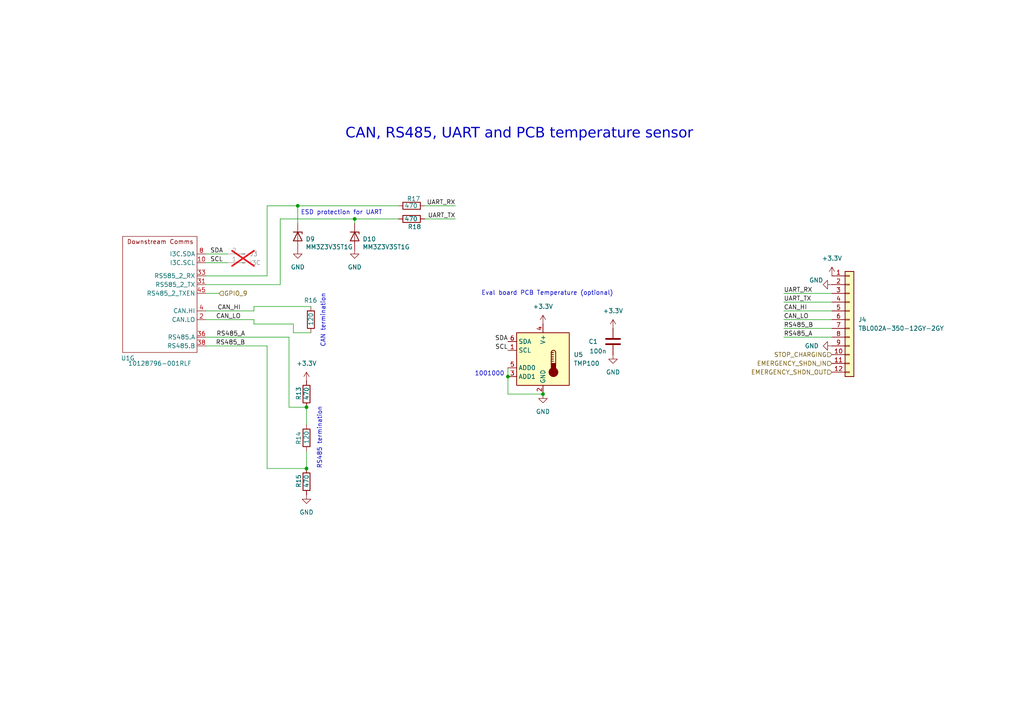
<source format=kicad_sch>
(kicad_sch (version 20250114) (generator "eeschema") (generator_version "9.0")
  (paper "A4")
  (title_block (title "ChargeBridge Eval Board") (date "2025-07-15") (rev "1.1") (company "Pionix GmbH") (comment 1 "Cornelius Claussen / Jonas Rockstroh") (comment 2 "License: CERN-OHL-P"))
  (lib_symbols
    (symbol "cb-eval-lib:C" (pin_numbers (hide yes)) (pin_names (offset 0.254))
      (property "Reference" "C" (at 0.635 2.54 0))
      (property "Value" "C" (at 0.635 -2.54 0))
      (symbol "C_0_1"
        (polyline (pts (xy -2.032 0.762) (xy 2.032 0.762)) (stroke (width 0.508)))
        (polyline (pts (xy -2.032 -0.762) (xy 2.032 -0.762)) (stroke (width 0.508)))
      )
      (symbol "C_1_1"
        (pin passive line (at 0 3.81 270) (length 2.794) (name "~") (number "1"))
        (pin passive line (at 0 -3.81 90) (length 2.794) (name "~") (number "2"))
      )
    )
    (symbol "cb-eval-lib:Conn_01x02_Pin" (pin_names (offset 1.016) (hide yes))
      (property "Reference" "J" (at 0 2.54 0))
      (property "Value" "Conn_01x02_Pin" (at 0 -5.08 0))
      (symbol "Conn_01x02_Pin_1_1"
        (rectangle (start 0.8636 0.127) (end 0 -0.127) (stroke (width 0.1524)) (fill (type outline)))
        (rectangle (start 0.8636 -2.413) (end 0 -2.667) (stroke (width 0.1524)) (fill (type outline)))
        (polyline (pts (xy 1.27 0) (xy 0.8636 0)) (stroke (width 0.1524)))
        (polyline (pts (xy 1.27 -2.54) (xy 0.8636 -2.54)) (stroke (width 0.1524)))
        (pin passive line (at 5.08 0 180) (length 3.81) (name "Pin_1") (number "1"))
        (pin passive line (at 5.08 -2.54 180) (length 3.81) (name "Pin_2") (number "2"))
      )
    )
    (symbol "cb-eval-lib:Conn_01x12" (pin_names (offset 1.016) (hide yes))
      (property "Reference" "J" (at 0 15.24 0))
      (property "Value" "Conn_01x12" (at 0 -17.78 0))
      (symbol "Conn_01x12_1_1"
        (rectangle (start -1.27 13.97) (end 1.27 -16.51) (stroke (width 0.254)) (fill (type background)))
        (rectangle (start -1.27 12.827) (end 0 12.573) (stroke (width 0.1524)))
        (rectangle (start -1.27 10.287) (end 0 10.033) (stroke (width 0.1524)))
        (rectangle (start -1.27 7.747) (end 0 7.493) (stroke (width 0.1524)))
        (rectangle (start -1.27 5.207) (end 0 4.953) (stroke (width 0.1524)))
        (rectangle (start -1.27 2.667) (end 0 2.413) (stroke (width 0.1524)))
        (rectangle (start -1.27 0.127) (end 0 -0.127) (stroke (width 0.1524)))
        (rectangle (start -1.27 -2.413) (end 0 -2.667) (stroke (width 0.1524)))
        (rectangle (start -1.27 -4.953) (end 0 -5.207) (stroke (width 0.1524)))
        (rectangle (start -1.27 -7.493) (end 0 -7.747) (stroke (width 0.1524)))
        (rectangle (start -1.27 -10.033) (end 0 -10.287) (stroke (width 0.1524)))
        (rectangle (start -1.27 -12.573) (end 0 -12.827) (stroke (width 0.1524)))
        (rectangle (start -1.27 -15.113) (end 0 -15.367) (stroke (width 0.1524)))
        (pin passive line (at -5.08 12.7 0) (length 3.81) (name "Pin_1") (number "1"))
        (pin passive line (at -5.08 10.16 0) (length 3.81) (name "Pin_2") (number "2"))
        (pin passive line (at -5.08 7.62 0) (length 3.81) (name "Pin_3") (number "3"))
        (pin passive line (at -5.08 5.08 0) (length 3.81) (name "Pin_4") (number "4"))
        (pin passive line (at -5.08 2.54 0) (length 3.81) (name "Pin_5") (number "5"))
        (pin passive line (at -5.08 0 0) (length 3.81) (name "Pin_6") (number "6"))
        (pin passive line (at -5.08 -2.54 0) (length 3.81) (name "Pin_7") (number "7"))
        (pin passive line (at -5.08 -5.08 0) (length 3.81) (name "Pin_8") (number "8"))
        (pin passive line (at -5.08 -7.62 0) (length 3.81) (name "Pin_9") (number "9"))
        (pin passive line (at -5.08 -10.16 0) (length 3.81) (name "Pin_10") (number "10"))
        (pin passive line (at -5.08 -12.7 0) (length 3.81) (name "Pin_11") (number "11"))
        (pin passive line (at -5.08 -15.24 0) (length 3.81) (name "Pin_12") (number "12"))
      )
    )
    (symbol "cb-eval-lib:D_Zener" (pin_numbers (hide yes)) (pin_names (offset 1.016) (hide yes))
      (property "Reference" "D" (at 0 2.54 0))
      (property "Value" "D_Zener" (at 0 -2.54 0))
      (symbol "D_Zener_0_1"
        (polyline (pts (xy -1.27 -1.27) (xy -1.27 1.27) (xy -0.762 1.27)) (stroke (width 0.254)))
        (polyline (pts (xy 1.27 0) (xy -1.27 0)))
        (polyline (pts (xy 1.27 -1.27) (xy 1.27 1.27) (xy -1.27 0) (xy 1.27 -1.27)) (stroke (width 0.254)))
      )
      (symbol "D_Zener_1_1"
        (pin passive line (at -3.81 0 0) (length 2.54) (name "K") (number "1"))
        (pin passive line (at 3.81 0 180) (length 2.54) (name "A") (number "2"))
      )
    )
    (symbol "cb-eval-lib:Pionix-SOM"
      (property "Reference" "U" (at -6.858 -14.732 0))
      (symbol "Pionix-SOM_1_1"
        (rectangle (start -10.16 10.795) (end 7.62 -10.16))
        (text "Charging Cable" (at -2.032 8.89 0) (effects (font (size 1.27 1.27))))
        (pin passive line (at 10.16 6.35 180) (length 2.54) (name "CONNECTOR.PIN0") (number "74"))
        (pin passive line (at 10.16 3.81 180) (length 2.54) (name "CONNECTOR.PIN1") (number "72"))
        (pin passive line (at 10.16 1.27 180) (length 2.54) (name "CONNECTOR.PIN2") (number "70"))
        (pin passive line (at 10.16 -1.27 180) (length 2.54) (name "CONNECTOR.PIN3") (number "68"))
        (pin passive line (at 10.16 -3.81 180) (length 2.54) (name "CONNECTOR.PIN4") (number "66"))
        (pin passive line (at 10.16 -6.35 180) (length 2.54) (name "CONNECTOR.PIN5") (number "62"))
        (pin passive line (at 10.16 -8.89 180) (length 2.54) (name "CONNECTOR.RSVD") (number "60"))
      )
      (symbol "Pionix-SOM_2_1"
        (rectangle (start -10.16 7.62) (end 13.97 -6.35))
        (pin power_in line (at -7.62 -8.89 90) (length 2.54) (name "GND") (number "6"))
        (pin power_in line (at -5.08 10.16 270) (length 2.54) (name "VDD3v3") (number "11"))
        (pin power_in line (at -5.08 -8.89 90) (length 2.54) (name "GND") (number "24"))
        (pin power_in line (at -2.54 10.16 270) (length 2.54) (name "VDD3v3") (number "40"))
        (pin power_in line (at -2.54 -8.89 90) (length 2.54) (name "GND") (number "34"))
        (pin power_in line (at 0 10.16 270) (length 2.54) (name "VDD3v3") (number "46"))
        (pin power_in line (at 0 -8.89 90) (length 2.54) (name "GND") (number "50"))
        (pin power_in line (at 2.54 10.16 270) (length 2.54) (name "VDD3v3") (number "48"))
        (pin power_in line (at 2.54 -8.89 90) (length 2.54) (name "GND") (number "52"))
        (pin power_in line (at 5.08 10.16 270) (length 2.54) (name "VDD3v3") (number "61"))
        (pin power_in line (at 5.08 -8.89 90) (length 2.54) (name "GND") (number "64"))
        (pin power_in line (at 7.62 -8.89 90) (length 2.54) (name "GND") (number "75"))
        (pin passive line (at 10.16 -10.16 90) (length 3.81) (name "SH1") (number "SH1"))
        (pin passive line (at 12.7 -10.16 90) (length 3.81) (name "SH2") (number "SH2"))
      )
      (symbol "Pionix-SOM_3_1"
        (rectangle (start 6.35 11.43) (end -6.35 -11.43))
        (pin bidirectional line (at 8.89 10.16 180) (length 2.54) (name "USER_GPIO0") (number "59"))
        (pin bidirectional line (at 8.89 7.62 180) (length 2.54) (name "USER_GPIO1") (number "57"))
        (pin bidirectional line (at 8.89 5.08 180) (length 2.54) (name "USER_GPIO2") (number "55"))
        (pin bidirectional line (at 8.89 2.54 180) (length 2.54) (name "USER_GPIO3") (number "53"))
        (pin bidirectional line (at 8.89 0 180) (length 2.54) (name "USER_GPIO4") (number "49"))
        (pin bidirectional line (at 8.89 -2.54 180) (length 2.54) (name "USER_GPIO5") (number "51"))
        (pin bidirectional line (at 8.89 -5.08 180) (length 2.54) (name "USER_GPIO6") (number "58"))
        (pin bidirectional line (at 8.89 -7.62 180) (length 2.54) (name "USER_GPIO7") (number "56"))
        (pin bidirectional line (at 8.89 -10.16 180) (length 2.54) (name "USER_GPIO8") (number "54"))
      )
      (symbol "Pionix-SOM_4_1"
        (rectangle (start -6.35 8.89) (end 6.35 -9.525))
        (text "ADC" (at -3.556 7.366 0) (effects (font (size 1.27 1.27))))
        (pin input line (at 8.89 3.81 180) (length 2.54) (name "EXT_ADC0_P") (number "67"))
        (pin input line (at 8.89 1.27 180) (length 2.54) (name "EXT_ADC0_N") (number "69"))
        (pin input line (at 8.89 -2.54 180) (length 2.54) (name "EXT_ADC1") (number "71"))
        (pin input line (at 8.89 -5.08 180) (length 2.54) (name "EXT_ADC2") (number "44"))
        (pin input line (at 8.89 -7.62 180) (length 2.54) (name "EXT_ADC3") (number "73"))
      )
      (symbol "Pionix-SOM_5_1"
        (rectangle (start -10.795 8.89) (end 7.62 -8.255))
        (pin input line (at 10.16 7.62 180) (length 2.54) (name "RESET") (number "42"))
        (pin passive line (at 10.16 5.08 180) (length 2.54) (name "RESERVED/SWCLK") (number "1"))
        (pin passive line (at 10.16 2.54 180) (length 2.54) (name "RESERVED/SWDIO") (number "5"))
        (pin output line (at 10.16 0 180) (length 2.54) (name "UART2_TX") (number "63"))
        (pin input line (at 10.16 -2.54 180) (length 2.54) (name "UART2_RX") (number "65"))
        (pin input line (at 10.16 -6.35 180) (length 2.54) (name "SECURE_MODULE") (number "30"))
      )
      (symbol "Pionix-SOM_6_1"
        (rectangle (start -10.16 13.97) (end 6.35 -14.605))
        (text "Host interface" (at -1.27 12.446 0) (effects (font (size 1.27 1.27))))
        (pin passive line (at 8.89 9.525 180) (length 2.54) (name "USB.D+") (number "7"))
        (pin passive line (at 8.89 6.985 180) (length 2.54) (name "USB.D-") (number "9"))
        (pin passive line (at 8.89 1.905 180) (length 2.54) (name "ETH.RXP") (number "28"))
        (pin passive line (at 8.89 -0.635 180) (length 2.54) (name "ETH.RXN") (number "26"))
        (pin passive line (at 8.89 -4.445 180) (length 2.54) (name "ETH.TXP") (number "22"))
        (pin passive line (at 8.89 -6.985 180) (length 2.54) (name "ETH.TXN") (number "20"))
        (pin output line (at 8.89 -10.795 180) (length 2.54) (name "ETH.LED1") (number "32"))
      )
      (symbol "Pionix-SOM_7_1"
        (rectangle (start -11.43 19.05) (end 10.16 -14.605))
        (text "Downstream Comms" (at -0.508 17.526 0) (effects (font (size 1.27 1.27))))
        (pin bidirectional line (at 12.7 13.97 180) (length 2.54) (name "I3C.SDA") (number "8"))
        (pin output line (at 12.7 11.43 180) (length 2.54) (name "I3C.SCL") (number "10"))
        (pin input line (at 12.7 7.62 180) (length 2.54) (name "RS585_2_RX") (number "33"))
        (pin output line (at 12.7 5.08 180) (length 2.54) (name "RS585_2_TX") (number "31"))
        (pin output line (at 12.7 2.54 180) (length 2.54) (name "RS485_2_TXEN") (number "45"))
        (pin bidirectional line (at 12.7 -2.54 180) (length 2.54) (name "CAN.HI") (number "4"))
        (pin bidirectional line (at 12.7 -5.08 180) (length 2.54) (name "CAN.LO") (number "2"))
        (pin bidirectional line (at 12.7 -10.16 180) (length 2.54) (name "RS485.A") (number "36"))
        (pin bidirectional line (at 12.7 -12.7 180) (length 2.54) (name "RS485.B") (number "38"))
      )
      (symbol "Pionix-SOM_8_1"
        (rectangle (start -10.16 12.7) (end 8.89 -10.795))
        (text "Relays control" (at 0 11.43 0) (effects (font (size 1.27 1.27))))
        (pin output line (at 11.43 8.89 180) (length 2.54) (name "RELAY3") (number "3"))
        (pin input line (at 11.43 6.35 180) (length 2.54) (name "RELAY3_FB") (number "25"))
        (pin output line (at 11.43 1.27 180) (length 2.54) (name "RELAY2") (number "27"))
        (pin input line (at 11.43 -1.27 180) (length 2.54) (name "RELAY2_FB") (number "21"))
        (pin output line (at 11.43 -6.35 180) (length 2.54) (name "RELAY1") (number "29"))
        (pin input line (at 11.43 -8.89 180) (length 2.54) (name "RELAY1_FB") (number "23"))
      )
      (symbol "Pionix-SOM_9_1"
        (rectangle (start 10.16 11.43) (end -12.7 -8.89))
        (text "USER INTERFACE" (at 1.27 10.16 0) (effects (font (size 1.27 1.27))))
        (pin input line (at 12.7 7.62 180) (length 2.54) (name "STOP_CHARGING") (number "47"))
        (pin input line (at 12.7 5.08 180) (length 2.54) (name "EMERGENCY_SHDN_IN") (number "43"))
        (pin output line (at 12.7 2.54 180) (length 2.54) (name "EMERGENCY_SHDN_OUT") (number "41"))
        (pin output line (at 12.7 -2.54 180) (length 2.54) (name "LED.R") (number "39"))
        (pin output line (at 12.7 -5.08 180) (length 2.54) (name "LED.G") (number "37"))
        (pin output line (at 12.7 -7.62 180) (length 2.54) (name "LED.B") (number "35"))
      )
    )
    (symbol "cb-eval-lib:R" (pin_numbers (hide yes)) (pin_names (offset 0))
      (property "Reference" "R" (at 2.032 0 90))
      (property "Value" "R" (at 0 0 90))
      (symbol "R_0_1"
        (rectangle (start -1.016 -2.54) (end 1.016 2.54) (stroke (width 0.254)))
      )
      (symbol "R_1_1"
        (pin passive line (at 0 3.81 270) (length 1.27) (name "~") (number "1"))
        (pin passive line (at 0 -3.81 90) (length 1.27) (name "~") (number "2"))
      )
    )
    (symbol "cb-eval-lib:TMP100"
      (property "Reference" "U" (at 10.16 6.35 0))
      (property "Value" "TMP100" (at 12.7 3.81 0))
      (symbol "TMP100_0_1"
        (rectangle (start -7.62 7.62) (end 7.62 -7.62) (stroke (width 0.254)) (fill (type background)))
      )
      (symbol "TMP100_1_1"
        (polyline (pts (xy 2.413 1.905) (xy 2.413 -1.27)) (stroke (width 0.254)))
        (polyline (pts (xy 2.413 1.905) (xy 3.048 1.905)) (stroke (width 0.254)))
        (polyline (pts (xy 2.413 1.27) (xy 3.048 1.27)) (stroke (width 0.254)))
        (polyline (pts (xy 2.413 0.635) (xy 3.048 0.635)) (stroke (width 0.254)))
        (polyline (pts (xy 2.413 0) (xy 3.048 0)) (stroke (width 0.254)))
        (polyline (pts (xy 2.413 -0.635) (xy 3.048 -0.635)) (stroke (width 0.254)))
        (arc (start 2.413 1.905) (mid 3.048 2.5373) (end 3.683 1.905) (stroke (width 0.254)))
        (circle (center 3.048 -3.81) (radius 1.27) (stroke (width 0.254)) (fill (type outline)))
        (polyline (pts (xy 3.683 1.905) (xy 3.683 -1.27)) (stroke (width 0.254)))
        (rectangle (start 3.683 -3.175) (end 2.413 -1.27) (stroke (width 0.254)) (fill (type outline)))
        (pin bidirectional line (at -10.16 5.08 0) (length 2.54) (name "SDA") (number "6"))
        (pin input line (at -10.16 2.54 0) (length 2.54) (name "SCL") (number "1"))
        (pin input line (at -10.16 -2.54 0) (length 2.54) (name "ADD0") (number "5"))
        (pin input line (at -10.16 -5.08 0) (length 2.54) (name "ADD1") (number "3"))
        (pin power_in line (at 0 10.16 270) (length 2.54) (name "V+") (number "4"))
        (pin power_in line (at 0 -10.16 90) (length 2.54) (name "GND") (number "2"))
      )
    )
    (symbol "power:+3.3V" (power) (pin_numbers (hide yes)) (pin_names (offset 0) (hide yes))
      (property "Value" "+3.3V" (at 0 3.556 0))
      (symbol "+3.3V_0_1"
        (polyline (pts (xy -0.762 1.27) (xy 0 2.54)))
        (polyline (pts (xy 0 2.54) (xy 0.762 1.27)))
        (polyline (pts (xy 0 0) (xy 0 2.54)))
      )
      (symbol "+3.3V_1_1"
        (pin power_in line (at 0 0 90) (length 0) (name "~") (number "1"))
      )
    )
    (symbol "power:GND" (power) (pin_numbers (hide yes)) (pin_names (offset 0) (hide yes))
      (property "Value" "GND" (at 0 -3.81 0))
      (symbol "GND_0_1"
        (polyline (pts (xy 0 0) (xy 0 -1.27) (xy 1.27 -1.27) (xy 0 -2.54) (xy -1.27 -1.27) (xy 0 -1.27)))
      )
      (symbol "GND_1_1"
        (pin power_in line (at 0 0 270) (length 0) (name "~") (number "1"))
      )
    )
  )
  (text "Eval board PCB Temperature (optional)" (at 158.75 85.09 0) (effects (font (size 1.27 1.27))))
  (text "1001000" (at 141.986 108.458 0) (effects (font (size 1.27 1.27))))
  (text "ESD protection for UART" (at 99.06 61.722 0) (effects (font (size 1.27 1.27))))
  (text "CAN termination" (at 93.726 92.964 90) (effects (font (size 1.27 1.27))))
  (text "RS485 termination" (at 92.71 127 90) (effects (font (size 1.27 1.27))))
  (text "CAN, RS485, UART and PCB temperature sensor" (at 150.622 39.624 0) (effects (font (size 3 3) (thickness 0.375))))
  (junction (at 88.9 135.89))
  (junction (at 157.48 114.3))
  (junction (at 86.36 59.69))
  (junction (at 147.32 109.22))
  (junction (at 88.9 118.11))
  (junction (at 102.87 63.5))
  (wire (pts (xy 73.66 93.98) (xy 85.09 93.98)))
  (wire (pts (xy 81.28 63.5) (xy 102.87 63.5)))
  (wire (pts (xy 147.32 106.68) (xy 147.32 109.22)))
  (wire (pts (xy 147.32 109.22) (xy 147.32 114.3)))
  (wire (pts (xy 123.19 59.69) (xy 132.08 59.69)))
  (wire (pts (xy 227.33 85.09) (xy 241.3 85.09)))
  (wire (pts (xy 83.82 118.11) (xy 88.9 118.11)))
  (wire (pts (xy 102.87 64.77) (xy 102.87 63.5)))
  (wire (pts (xy 81.28 82.55) (xy 59.69 82.55)))
  (wire (pts (xy 73.66 92.71) (xy 59.69 92.71)))
  (wire (pts (xy 227.33 92.71) (xy 241.3 92.71)))
  (wire (pts (xy 59.69 90.17) (xy 73.66 90.17)))
  (wire (pts (xy 85.09 96.52) (xy 90.17 96.52)))
  (wire (pts (xy 85.09 93.98) (xy 85.09 96.52)))
  (wire (pts (xy 77.47 135.89) (xy 88.9 135.89)))
  (wire (pts (xy 86.36 59.69) (xy 115.57 59.69)))
  (wire (pts (xy 81.28 63.5) (xy 81.28 82.55)))
  (wire (pts (xy 77.47 59.69) (xy 77.47 80.01)))
  (wire (pts (xy 63.5 85.09) (xy 59.69 85.09)))
  (wire (pts (xy 227.33 97.79) (xy 241.3 97.79)))
  (wire (pts (xy 77.47 80.01) (xy 59.69 80.01)))
  (wire (pts (xy 77.47 100.33) (xy 77.47 135.89)))
  (wire (pts (xy 147.32 114.3) (xy 157.48 114.3)))
  (wire (pts (xy 88.9 130.81) (xy 88.9 135.89)))
  (wire (pts (xy 88.9 118.11) (xy 88.9 123.19)))
  (wire (pts (xy 66.04 76.2) (xy 59.69 76.2)))
  (wire (pts (xy 227.33 95.25) (xy 241.3 95.25)))
  (wire (pts (xy 123.19 63.5) (xy 132.08 63.5)))
  (wire (pts (xy 59.69 97.79) (xy 83.82 97.79)))
  (wire (pts (xy 77.47 59.69) (xy 86.36 59.69)))
  (wire (pts (xy 227.33 90.17) (xy 241.3 90.17)))
  (wire (pts (xy 83.82 97.79) (xy 83.82 118.11)))
  (wire (pts (xy 86.36 64.77) (xy 86.36 59.69)))
  (wire (pts (xy 59.69 100.33) (xy 77.47 100.33)))
  (wire (pts (xy 73.66 88.9) (xy 73.66 90.17)))
  (wire (pts (xy 227.33 87.63) (xy 241.3 87.63)))
  (wire (pts (xy 66.04 73.66) (xy 59.69 73.66)))
  (wire (pts (xy 102.87 63.5) (xy 115.57 63.5)))
  (wire (pts (xy 73.66 93.98) (xy 73.66 92.71)))
  (wire (pts (xy 73.66 88.9) (xy 90.17 88.9)))
  (label "SCL" (at 147.32 101.6 180))
  (label "CAN_LO" (at 69.85 92.71 180))
  (label "CAN_HI" (at 69.85 90.17 180))
  (label "RS485_A" (at 71.12 97.79 180))
  (label "SDA" (at 147.32 99.06 180))
  (label "UART_TX" (at 132.08 63.5 180))
  (label "RS485_B" (at 227.33 95.25 0))
  (label "CAN_LO" (at 227.33 92.71 0))
  (label "SCL" (at 60.96 76.2 0))
  (label "RS485_B" (at 71.12 100.33 180))
  (label "SDA" (at 60.96 73.66 0))
  (label "CAN_HI" (at 227.33 90.17 0))
  (label "RS485_A" (at 227.33 97.79 0))
  (label "UART_RX" (at 132.08 59.69 180))
  (label "UART_RX" (at 227.33 85.09 0))
  (label "UART_TX" (at 227.33 87.63 0))
  (hierarchical_label "GPIO_9" (shape input) (at 63.5 85.09 0))
  (hierarchical_label "STOP_CHARGING" (shape input) (at 241.3 102.87 180))
  (hierarchical_label "EMERGENCY_SHDN_OUT" (shape input) (at 241.3 107.95 180))
  (hierarchical_label "EMERGENCY_SHDN_IN" (shape input) (at 241.3 105.41 180))
  (symbol (lib_id "cb-eval-lib:R") (at 88.9 127 0) (unit 1)
    (property "Reference" "R14" (at 86.614 129.032 90) (effects (justify left)))
    (property "Value" "120" (at 88.9 128.778 90) (effects (justify left)))
    (property "Footprint" "Resistor_SMD:R_0603_1608Metric" (effects (hide yes)))
    (property "Description" "Resistor" (effects (hide yes)))
    (property "Digikey" "RMCF0603FT120RCT-ND" (effects (hide yes)))
    (property "MPN" "RMCF0603FT120R" (effects (hide yes)))
    (property "Manufacturer" "Stackpole Electronics Inc" (effects (hide yes)))
  )
  (symbol (lib_id "cb-eval-lib:C") (at 177.8 99.06 0) (unit 1)
    (property "Reference" "C1" (at 170.688 99.06 0) (effects (justify left)))
    (property "Value" "100n" (at 170.942 101.854 0) (effects (justify left)))
    (property "Footprint" "Capacitor_SMD:C_0603_1608Metric" (effects (hide yes)))
    (property "Description" "Unpolarized capacitor" (effects (hide yes)))
    (property "MPN" "C0603C104K5RACAUTO" (effects (hide yes)))
    (property "Manufacturer" "Kemet" (effects (hide yes)))
    (property "Digikey" "399-6856-1-ND" (effects (hide yes)))
  )
  (symbol (lib_id "cb-eval-lib:R") (at 119.38 63.5 90) (unit 1)
    (property "Reference" "R18" (at 122.174 65.786 90) (effects (justify left)))
    (property "Value" "470" (at 121.158 63.5 90) (effects (justify left)))
    (property "Footprint" "Resistor_SMD:R_0603_1608Metric" (effects (hide yes)))
    (property "Description" "Resistor" (effects (hide yes)))
    (property "Digikey" "RMCF0603FT470RCT-ND" (effects (hide yes)))
    (property "MPN" "RMCF0603FT470R" (effects (hide yes)))
    (property "Manufacturer" "Stackpole Electronics Inc" (effects (hide yes)))
  )
  (symbol (lib_id "cb-eval-lib:R") (at 90.17 92.71 0) (unit 1)
    (property "Reference" "R16" (at 88.138 87.122 0) (effects (justify left)))
    (property "Value" "120" (at 90.17 94.488 90) (effects (justify left)))
    (property "Footprint" "Resistor_SMD:R_0603_1608Metric" (effects (hide yes)))
    (property "Description" "Resistor" (effects (hide yes)))
    (property "Digikey" "RMCF0603FT120RCT-ND" (effects (hide yes)))
    (property "MPN" "RMCF0603FT120R" (effects (hide yes)))
    (property "Manufacturer" "Stackpole Electronics Inc" (effects (hide yes)))
  )
  (symbol (lib_id "cb-eval-lib:D_Zener") (at 86.36 68.58 270) (unit 1)
    (property "Reference" "D9" (at 88.646 69.342 90) (effects (justify left)))
    (property "Value" "MM3Z3V3ST1G" (at 88.646 71.628 90) (effects (justify left)))
    (property "Footprint" "Diode_SMD:D_SOD-323" (effects (hide yes)))
    (property "Description" "Zener diode" (effects (hide yes)))
    (property "Digikey" "MM3Z3V3ST1GOSCT-ND" (effects (hide yes)))
    (property "MPN" "MM3Z3V3ST1G" (effects (hide yes)))
    (property "Manufacturer" "onsemi" (effects (hide yes)))
  )
  (symbol (lib_id "cb-eval-lib:R") (at 88.9 114.3 0) (unit 1)
    (property "Reference" "R13" (at 86.614 116.078 90) (effects (justify left)))
    (property "Value" "470" (at 88.9 116.078 90) (effects (justify left)))
    (property "Footprint" "Resistor_SMD:R_0603_1608Metric" (effects (hide yes)))
    (property "Description" "Resistor" (effects (hide yes)))
    (property "Digikey" "RMCF0603FT470RCT-ND" (effects (hide yes)))
    (property "MPN" "RMCF0603FT470R" (effects (hide yes)))
    (property "Manufacturer" "Stackpole Electronics Inc" (effects (hide yes)))
  )
  (symbol (lib_id "power:GND") (at 177.8 102.87 0) (unit 1)
    (property "Reference" "#PWR02" (effects (hide yes)))
    (property "Value" "GND" (at 177.8 107.95 0))
    (property "Description" "Power symbol creates a global label with name \"GND\" , ground" (effects (hide yes)))
  )
  (symbol (lib_id "power:GND") (at 241.3 100.33 270) (unit 1)
    (property "Reference" "#PWR0145" (effects (hide yes)))
    (property "Value" "GND" (at 237.49 100.3299 90) (effects (justify right)))
    (property "Description" "Power symbol creates a global label with name \"GND\" , ground" (effects (hide yes)))
  )
  (symbol (lib_id "power:GND") (at 102.87 72.39 0) (unit 1)
    (property "Reference" "#PWR027" (effects (hide yes)))
    (property "Value" "GND" (at 102.87 77.47 0))
    (property "Description" "Power symbol creates a global label with name \"GND\" , ground" (effects (hide yes)))
  )
  (symbol (lib_id "power:GND") (at 157.48 114.3 0) (unit 1)
    (property "Reference" "#PWR012" (effects (hide yes)))
    (property "Value" "GND" (at 157.48 119.38 0))
    (property "Description" "Power symbol creates a global label with name \"GND\" , ground" (effects (hide yes)))
  )
  (symbol (lib_id "cb-eval-lib:R") (at 88.9 139.7 0) (unit 1)
    (property "Reference" "R15" (at 86.614 141.478 90) (effects (justify left)))
    (property "Value" "470" (at 88.9 141.478 90) (effects (justify left)))
    (property "Footprint" "Resistor_SMD:R_0603_1608Metric" (effects (hide yes)))
    (property "Description" "Resistor" (effects (hide yes)))
    (property "Digikey" "RMCF0603FT470RCT-ND" (effects (hide yes)))
    (property "MPN" "RMCF0603FT470R" (effects (hide yes)))
    (property "Manufacturer" "Stackpole Electronics Inc" (effects (hide yes)))
  )
  (symbol (lib_id "cb-eval-lib:D_Zener") (at 102.87 68.58 270) (unit 1)
    (property "Reference" "D10" (at 105.156 69.342 90) (effects (justify left)))
    (property "Value" "MM3Z3V3ST1G" (at 105.156 71.628 90) (effects (justify left)))
    (property "Footprint" "Diode_SMD:D_SOD-323" (effects (hide yes)))
    (property "Description" "Zener diode" (effects (hide yes)))
    (property "Digikey" "MM3Z3V3ST1GOSCT-ND" (effects (hide yes)))
    (property "MPN" "MM3Z3V3ST1G" (effects (hide yes)))
    (property "Manufacturer" "onsemi" (effects (hide yes)))
  )
  (symbol (lib_id "power:GND") (at 86.36 72.39 0) (unit 1)
    (property "Reference" "#PWR024" (effects (hide yes)))
    (property "Value" "GND" (at 86.36 77.47 0))
    (property "Description" "Power symbol creates a global label with name \"GND\" , ground" (effects (hide yes)))
  )
  (symbol (lib_id "power:+3.3V") (at 157.48 93.98 0) (unit 1)
    (property "Reference" "#PWR01" (effects (hide yes)))
    (property "Value" "+3.3V" (at 157.48 88.9 0))
    (property "Description" "Power symbol creates a global label with name \"+3.3V\"" (effects (hide yes)))
  )
  (symbol (lib_id "cb-eval-lib:Conn_01x02_Pin") (at 71.12 76.2 180) (unit 1) (dnp yes)
    (property "Reference" "J3" (at 72.39 73.6599 0) (effects (justify right)))
    (property "Value" "I3C" (at 72.39 76.1999 0) (effects (justify right)))
    (property "Footprint" "Connector_PinHeader_2.54mm:PinHeader_1x02_P2.54mm_Vertical" (effects (hide yes)))
    (property "Description" "Generic connector, single row, 01x02, script generated" (effects (hide yes)))
    (property "MPN" "DNP" (effects (hide yes)))
    (property "Manufacturer" "NONE " (effects (hide yes)))
  )
  (symbol (lib_id "cb-eval-lib:Conn_01x12") (at 246.38 92.71 0) (unit 1)
    (property "Reference" "J4" (at 248.92 92.7099 0) (effects (justify left)))
    (property "Value" "TBL002A-350-12GY-2GY" (at 248.92 95.2499 0) (effects (justify left)))
    (property "Footprint" "cb-eval-lib:CUI_TBL002A-350-12GY-2GY" (effects (hide yes)))
    (property "Description" "Generic connector, single row, 01x12, script generated (kicad-library-utils/schlib/autogen/connector/)" (effects (hide yes)))
    (property "MPN" "TBL002A-350-12GY-2GY" (effects (hide yes)))
    (property "Manufacturer" "Same Sky (Formerly CUI Devices)" (effects (hide yes)))
    (property "Digikey" "102-6375-ND" (effects (hide yes)))
  )
  (symbol (lib_id "cb-eval-lib:R") (at 119.38 59.69 90) (unit 1)
    (property "Reference" "R17" (at 121.92 57.658 90) (effects (justify left)))
    (property "Value" "470" (at 121.158 59.69 90) (effects (justify left)))
    (property "Footprint" "Resistor_SMD:R_0603_1608Metric" (effects (hide yes)))
    (property "Description" "Resistor" (effects (hide yes)))
    (property "Digikey" "RMCF0603FT470RCT-ND" (effects (hide yes)))
    (property "MPN" "RMCF0603FT470R" (effects (hide yes)))
    (property "Manufacturer" "Stackpole Electronics Inc" (effects (hide yes)))
  )
  (symbol (lib_id "power:+3.3V") (at 88.9 110.49 0) (unit 1)
    (property "Reference" "#PWR025" (effects (hide yes)))
    (property "Value" "+3.3V" (at 88.9 105.41 0))
    (property "Description" "Power symbol creates a global label with name \"+3.3V\"" (effects (hide yes)))
  )
  (symbol (lib_id "power:+3.3V") (at 241.3 80.01 0) (unit 1)
    (property "Reference" "#PWR047" (effects (hide yes)))
    (property "Value" "+3.3V" (at 241.3 74.93 0))
    (property "Description" "Power symbol creates a global label with name \"+3.3V\"" (effects (hide yes)))
  )
  (symbol (lib_id "power:GND") (at 88.9 143.51 0) (unit 1)
    (property "Reference" "#PWR026" (effects (hide yes)))
    (property "Value" "GND" (at 88.9 148.59 0))
    (property "Description" "Power symbol creates a global label with name \"GND\" , ground" (effects (hide yes)))
  )
  (symbol (lib_id "cb-eval-lib:TMP100") (at 157.48 104.14 0) (unit 1)
    (property "Reference" "U5" (at 166.37 102.8699 0) (effects (justify left)))
    (property "Value" "TMP100" (at 166.37 105.4099 0) (effects (justify left)))
    (property "Footprint" "Package_TO_SOT_SMD:SOT-23-6" (effects (hide yes)))
    (property "Datasheet" "http://www.ti.com/lit/gpn/tmp100" (effects (hide yes)))
    (property "Description" "Temperature Sensor with I2C/SMBus Interface, SOT-23-6" (effects (hide yes)))
    (property "Digikey" "296-26833-1-ND" (effects (hide yes)))
    (property "MPN" "TMP100NA/3K" (effects (hide yes)))
    (property "Manufacturer" "Texas Instruments" (effects (hide yes)))
  )
  (symbol (lib_id "power:GND") (at 241.3 82.55 270) (unit 1)
    (property "Reference" "#PWR038" (effects (hide yes)))
    (property "Value" "GND" (at 238.76 81.28 90) (effects (justify right)))
    (property "Description" "Power symbol creates a global label with name \"GND\" , ground" (effects (hide yes)))
  )
  (symbol (lib_id "power:+3.3V") (at 177.8 95.25 0) (unit 1)
    (property "Reference" "#PWR03" (effects (hide yes)))
    (property "Value" "+3.3V" (at 177.8 90.17 0))
    (property "Description" "Power symbol creates a global label with name \"+3.3V\"" (effects (hide yes)))
  )
  (symbol (lib_id "cb-eval-lib:Pionix-SOM") (at 46.99 87.63 0) (unit 7)
    (property "Reference" "U1" (at 37.084 103.886 0))
    (property "Value" "10128796-001RLF" (at 46.355 105.41 0))
    (property "Footprint" "cb-eval-lib:AMPHENOL_10128796-001RLF_ChargeBridge_Wurth_standoff" (effects (hide yes)))
    (property "Description" "Pionix Charging SOM" (effects (hide yes)))
    (property "MPN" "10128796-001RLF" (effects (hide yes)))
    (property "Manufacturer" "Amphenol ICC (FCI)" (effects (hide yes)))
  )
)
</source>
